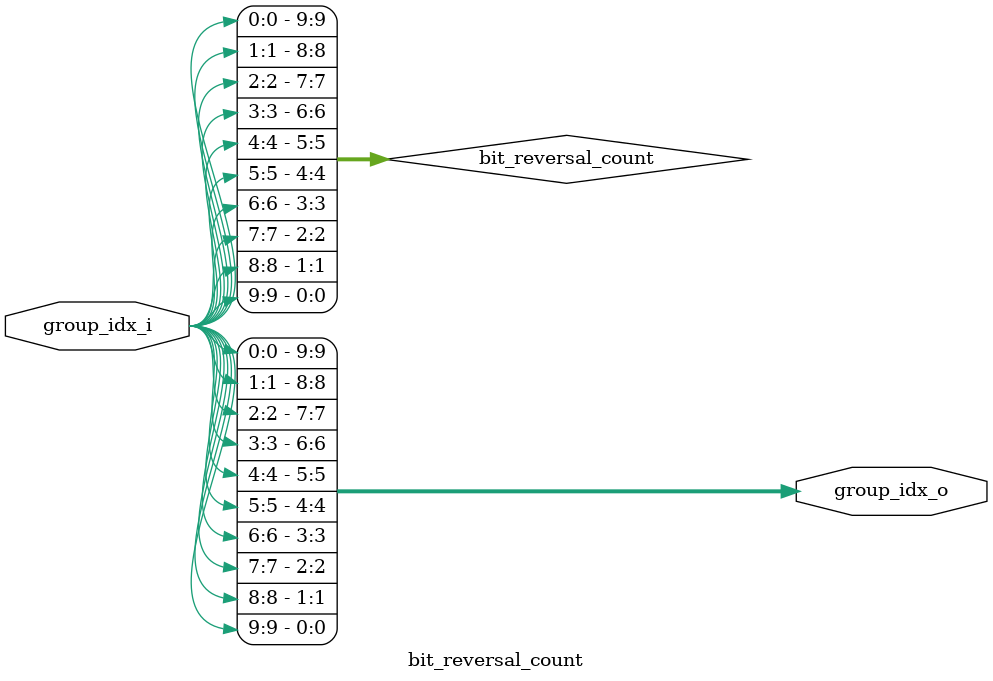
<source format=v>
`timescale 1ns / 1ns
module bit_reversal_count #(
    parameter GROUP_LEN = 1024
) (
    input  [9:0] group_idx_i,  // 0-1023
    output [9:0] group_idx_o   // 0-1024
);

  wire [9:0] bit_reversal_count;

  assign bit_reversal_count[0] = group_idx_i[9];
  assign bit_reversal_count[1] = group_idx_i[8];
  assign bit_reversal_count[2] = group_idx_i[7];
  assign bit_reversal_count[3] = group_idx_i[6];
  assign bit_reversal_count[4] = group_idx_i[5];
  assign bit_reversal_count[5] = group_idx_i[4];
  assign bit_reversal_count[6] = group_idx_i[3];
  assign bit_reversal_count[7] = group_idx_i[2];
  assign bit_reversal_count[8] = group_idx_i[1];
  assign bit_reversal_count[9] = group_idx_i[0];

  assign group_idx_o = bit_reversal_count;

endmodule

</source>
